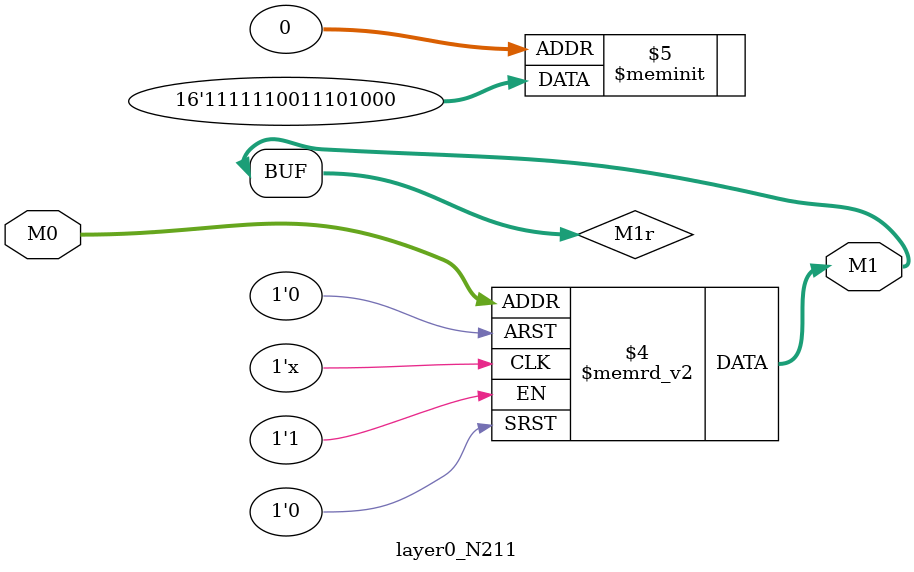
<source format=v>
module layer0_N211 ( input [2:0] M0, output [1:0] M1 );

	(*rom_style = "distributed" *) reg [1:0] M1r;
	assign M1 = M1r;
	always @ (M0) begin
		case (M0)
			3'b000: M1r = 2'b00;
			3'b100: M1r = 2'b00;
			3'b010: M1r = 2'b10;
			3'b110: M1r = 2'b11;
			3'b001: M1r = 2'b10;
			3'b101: M1r = 2'b11;
			3'b011: M1r = 2'b11;
			3'b111: M1r = 2'b11;

		endcase
	end
endmodule

</source>
